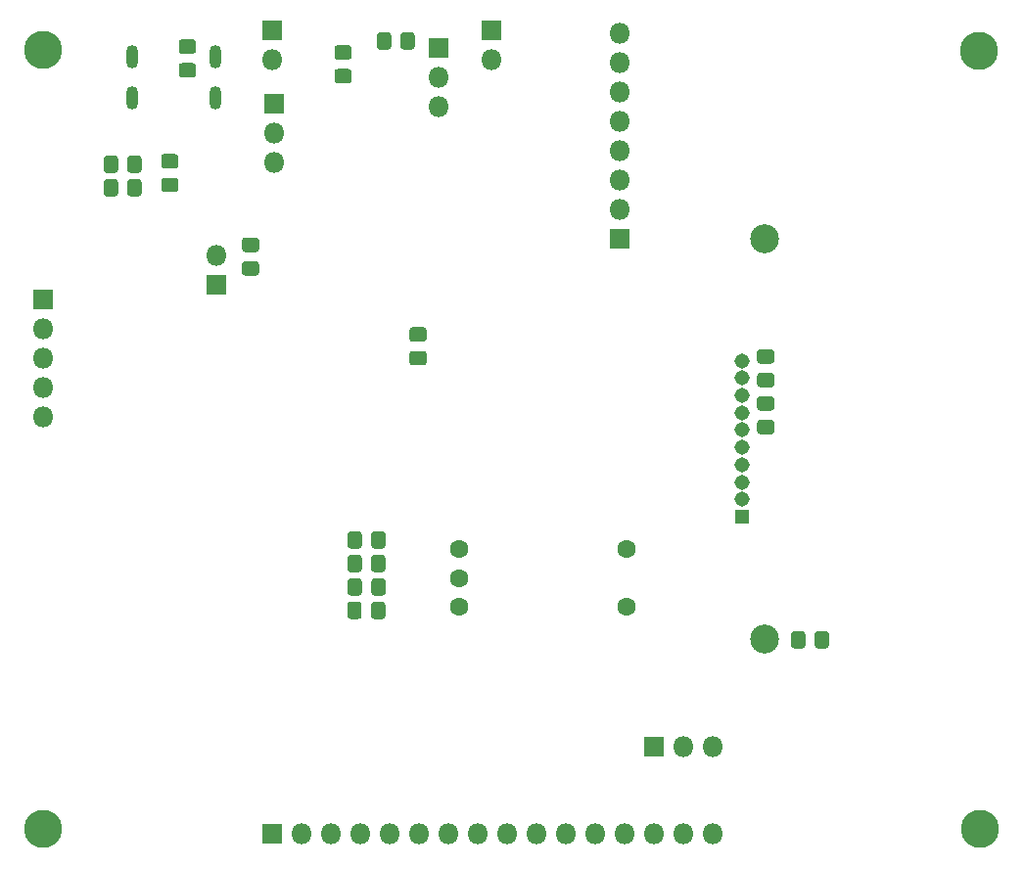
<source format=gbr>
%TF.GenerationSoftware,KiCad,Pcbnew,(5.1.6)-1*%
%TF.CreationDate,2020-11-14T18:00:02-05:00*%
%TF.ProjectId,F0DisplayBoard,46304469-7370-46c6-9179-426f6172642e,rev?*%
%TF.SameCoordinates,Original*%
%TF.FileFunction,Soldermask,Bot*%
%TF.FilePolarity,Negative*%
%FSLAX46Y46*%
G04 Gerber Fmt 4.6, Leading zero omitted, Abs format (unit mm)*
G04 Created by KiCad (PCBNEW (5.1.6)-1) date 2020-11-14 18:00:02*
%MOMM*%
%LPD*%
G01*
G04 APERTURE LIST*
%ADD10C,3.300000*%
%ADD11O,1.800000X1.800000*%
%ADD12R,1.800000X1.800000*%
%ADD13O,1.050000X2.000000*%
%ADD14C,1.600000*%
%ADD15C,2.500000*%
%ADD16C,1.308000*%
%ADD17R,1.308000X1.308000*%
G04 APERTURE END LIST*
D10*
%TO.C,REF\u002A\u002A*%
X97536000Y-68834000D03*
%TD*%
%TO.C,REF\u002A\u002A*%
X178435000Y-68961000D03*
%TD*%
%TO.C,REF\u002A\u002A*%
X97536000Y-136271000D03*
%TD*%
%TO.C,REF\u002A\u002A*%
X178562000Y-136271000D03*
%TD*%
%TO.C,R3*%
G36*
G01*
X164230000Y-120366262D02*
X164230000Y-119409738D01*
G75*
G02*
X164501738Y-119138000I271738J0D01*
G01*
X165208262Y-119138000D01*
G75*
G02*
X165480000Y-119409738I0J-271738D01*
G01*
X165480000Y-120366262D01*
G75*
G02*
X165208262Y-120638000I-271738J0D01*
G01*
X164501738Y-120638000D01*
G75*
G02*
X164230000Y-120366262I0J271738D01*
G01*
G37*
G36*
G01*
X162180000Y-120366262D02*
X162180000Y-119409738D01*
G75*
G02*
X162451738Y-119138000I271738J0D01*
G01*
X163158262Y-119138000D01*
G75*
G02*
X163430000Y-119409738I0J-271738D01*
G01*
X163430000Y-120366262D01*
G75*
G02*
X163158262Y-120638000I-271738J0D01*
G01*
X162451738Y-120638000D01*
G75*
G02*
X162180000Y-120366262I0J271738D01*
G01*
G37*
%TD*%
D11*
%TO.C,JP3*%
X112522000Y-86614000D03*
D12*
X112522000Y-89154000D03*
%TD*%
%TO.C,C15*%
G36*
G01*
X125067000Y-112805738D02*
X125067000Y-113762262D01*
G75*
G02*
X124795262Y-114034000I-271738J0D01*
G01*
X124088738Y-114034000D01*
G75*
G02*
X123817000Y-113762262I0J271738D01*
G01*
X123817000Y-112805738D01*
G75*
G02*
X124088738Y-112534000I271738J0D01*
G01*
X124795262Y-112534000D01*
G75*
G02*
X125067000Y-112805738I0J-271738D01*
G01*
G37*
G36*
G01*
X127117000Y-112805738D02*
X127117000Y-113762262D01*
G75*
G02*
X126845262Y-114034000I-271738J0D01*
G01*
X126138738Y-114034000D01*
G75*
G02*
X125867000Y-113762262I0J271738D01*
G01*
X125867000Y-112805738D01*
G75*
G02*
X126138738Y-112534000I271738J0D01*
G01*
X126845262Y-112534000D01*
G75*
G02*
X127117000Y-112805738I0J-271738D01*
G01*
G37*
%TD*%
%TO.C,C14*%
G36*
G01*
X125085000Y-114837738D02*
X125085000Y-115794262D01*
G75*
G02*
X124813262Y-116066000I-271738J0D01*
G01*
X124106738Y-116066000D01*
G75*
G02*
X123835000Y-115794262I0J271738D01*
G01*
X123835000Y-114837738D01*
G75*
G02*
X124106738Y-114566000I271738J0D01*
G01*
X124813262Y-114566000D01*
G75*
G02*
X125085000Y-114837738I0J-271738D01*
G01*
G37*
G36*
G01*
X127135000Y-114837738D02*
X127135000Y-115794262D01*
G75*
G02*
X126863262Y-116066000I-271738J0D01*
G01*
X126156738Y-116066000D01*
G75*
G02*
X125885000Y-115794262I0J271738D01*
G01*
X125885000Y-114837738D01*
G75*
G02*
X126156738Y-114566000I271738J0D01*
G01*
X126863262Y-114566000D01*
G75*
G02*
X127135000Y-114837738I0J-271738D01*
G01*
G37*
%TD*%
%TO.C,C13*%
G36*
G01*
X125056840Y-116859578D02*
X125056840Y-117816102D01*
G75*
G02*
X124785102Y-118087840I-271738J0D01*
G01*
X124078578Y-118087840D01*
G75*
G02*
X123806840Y-117816102I0J271738D01*
G01*
X123806840Y-116859578D01*
G75*
G02*
X124078578Y-116587840I271738J0D01*
G01*
X124785102Y-116587840D01*
G75*
G02*
X125056840Y-116859578I0J-271738D01*
G01*
G37*
G36*
G01*
X127106840Y-116859578D02*
X127106840Y-117816102D01*
G75*
G02*
X126835102Y-118087840I-271738J0D01*
G01*
X126128578Y-118087840D01*
G75*
G02*
X125856840Y-117816102I0J271738D01*
G01*
X125856840Y-116859578D01*
G75*
G02*
X126128578Y-116587840I271738J0D01*
G01*
X126835102Y-116587840D01*
G75*
G02*
X127106840Y-116859578I0J-271738D01*
G01*
G37*
%TD*%
%TO.C,C12*%
G36*
G01*
X125076000Y-110773738D02*
X125076000Y-111730262D01*
G75*
G02*
X124804262Y-112002000I-271738J0D01*
G01*
X124097738Y-112002000D01*
G75*
G02*
X123826000Y-111730262I0J271738D01*
G01*
X123826000Y-110773738D01*
G75*
G02*
X124097738Y-110502000I271738J0D01*
G01*
X124804262Y-110502000D01*
G75*
G02*
X125076000Y-110773738I0J-271738D01*
G01*
G37*
G36*
G01*
X127126000Y-110773738D02*
X127126000Y-111730262D01*
G75*
G02*
X126854262Y-112002000I-271738J0D01*
G01*
X126147738Y-112002000D01*
G75*
G02*
X125876000Y-111730262I0J271738D01*
G01*
X125876000Y-110773738D01*
G75*
G02*
X126147738Y-110502000I271738J0D01*
G01*
X126854262Y-110502000D01*
G75*
G02*
X127126000Y-110773738I0J-271738D01*
G01*
G37*
%TD*%
D11*
%TO.C,J9*%
X155448000Y-129159000D03*
X152908000Y-129159000D03*
D12*
X150368000Y-129159000D03*
%TD*%
D11*
%TO.C,J8*%
X97536000Y-100584000D03*
X97536000Y-98044000D03*
X97536000Y-95504000D03*
X97536000Y-92964000D03*
D12*
X97536000Y-90424000D03*
%TD*%
D13*
%TO.C,J1*%
X105239000Y-69441000D03*
X105239000Y-72991000D03*
X112439000Y-72991000D03*
X112439000Y-69441000D03*
%TD*%
%TO.C,R4*%
G36*
G01*
X115921262Y-86332000D02*
X114964738Y-86332000D01*
G75*
G02*
X114693000Y-86060262I0J271738D01*
G01*
X114693000Y-85353738D01*
G75*
G02*
X114964738Y-85082000I271738J0D01*
G01*
X115921262Y-85082000D01*
G75*
G02*
X116193000Y-85353738I0J-271738D01*
G01*
X116193000Y-86060262D01*
G75*
G02*
X115921262Y-86332000I-271738J0D01*
G01*
G37*
G36*
G01*
X115921262Y-88382000D02*
X114964738Y-88382000D01*
G75*
G02*
X114693000Y-88110262I0J271738D01*
G01*
X114693000Y-87403738D01*
G75*
G02*
X114964738Y-87132000I271738J0D01*
G01*
X115921262Y-87132000D01*
G75*
G02*
X116193000Y-87403738I0J-271738D01*
G01*
X116193000Y-88110262D01*
G75*
G02*
X115921262Y-88382000I-271738J0D01*
G01*
G37*
%TD*%
D11*
%TO.C,JP2*%
X131699000Y-73787000D03*
X131699000Y-71247000D03*
D12*
X131699000Y-68707000D03*
%TD*%
D11*
%TO.C,JP1*%
X117475000Y-78613000D03*
X117475000Y-76073000D03*
D12*
X117475000Y-73533000D03*
%TD*%
D11*
%TO.C,J7*%
X147345400Y-67437000D03*
X147345400Y-69977000D03*
X147345400Y-72517000D03*
X147345400Y-75057000D03*
X147345400Y-77597000D03*
X147345400Y-80137000D03*
X147345400Y-82677000D03*
D12*
X147345400Y-85217000D03*
%TD*%
D11*
%TO.C,J6*%
X155448000Y-136652000D03*
X152908000Y-136652000D03*
X150368000Y-136652000D03*
X147828000Y-136652000D03*
X145288000Y-136652000D03*
X142748000Y-136652000D03*
X140208000Y-136652000D03*
X137668000Y-136652000D03*
X135128000Y-136652000D03*
X132588000Y-136652000D03*
X130048000Y-136652000D03*
X127508000Y-136652000D03*
X124968000Y-136652000D03*
X122428000Y-136652000D03*
X119888000Y-136652000D03*
D12*
X117348000Y-136652000D03*
%TD*%
D11*
%TO.C,J3*%
X117348000Y-69723000D03*
D12*
X117348000Y-67183000D03*
%TD*%
D11*
%TO.C,J2*%
X136271000Y-69723000D03*
D12*
X136271000Y-67183000D03*
%TD*%
%TO.C,C9*%
G36*
G01*
X160472862Y-95993000D02*
X159516338Y-95993000D01*
G75*
G02*
X159244600Y-95721262I0J271738D01*
G01*
X159244600Y-95014738D01*
G75*
G02*
X159516338Y-94743000I271738J0D01*
G01*
X160472862Y-94743000D01*
G75*
G02*
X160744600Y-95014738I0J-271738D01*
G01*
X160744600Y-95721262D01*
G75*
G02*
X160472862Y-95993000I-271738J0D01*
G01*
G37*
G36*
G01*
X160472862Y-98043000D02*
X159516338Y-98043000D01*
G75*
G02*
X159244600Y-97771262I0J271738D01*
G01*
X159244600Y-97064738D01*
G75*
G02*
X159516338Y-96793000I271738J0D01*
G01*
X160472862Y-96793000D01*
G75*
G02*
X160744600Y-97064738I0J-271738D01*
G01*
X160744600Y-97771262D01*
G75*
G02*
X160472862Y-98043000I-271738J0D01*
G01*
G37*
%TD*%
%TO.C,C8*%
G36*
G01*
X160472862Y-100057000D02*
X159516338Y-100057000D01*
G75*
G02*
X159244600Y-99785262I0J271738D01*
G01*
X159244600Y-99078738D01*
G75*
G02*
X159516338Y-98807000I271738J0D01*
G01*
X160472862Y-98807000D01*
G75*
G02*
X160744600Y-99078738I0J-271738D01*
G01*
X160744600Y-99785262D01*
G75*
G02*
X160472862Y-100057000I-271738J0D01*
G01*
G37*
G36*
G01*
X160472862Y-102107000D02*
X159516338Y-102107000D01*
G75*
G02*
X159244600Y-101835262I0J271738D01*
G01*
X159244600Y-101128738D01*
G75*
G02*
X159516338Y-100857000I271738J0D01*
G01*
X160472862Y-100857000D01*
G75*
G02*
X160744600Y-101128738I0J-271738D01*
G01*
X160744600Y-101835262D01*
G75*
G02*
X160472862Y-102107000I-271738J0D01*
G01*
G37*
%TD*%
%TO.C,C6*%
G36*
G01*
X128407000Y-68550262D02*
X128407000Y-67593738D01*
G75*
G02*
X128678738Y-67322000I271738J0D01*
G01*
X129385262Y-67322000D01*
G75*
G02*
X129657000Y-67593738I0J-271738D01*
G01*
X129657000Y-68550262D01*
G75*
G02*
X129385262Y-68822000I-271738J0D01*
G01*
X128678738Y-68822000D01*
G75*
G02*
X128407000Y-68550262I0J271738D01*
G01*
G37*
G36*
G01*
X126357000Y-68550262D02*
X126357000Y-67593738D01*
G75*
G02*
X126628738Y-67322000I271738J0D01*
G01*
X127335262Y-67322000D01*
G75*
G02*
X127607000Y-67593738I0J-271738D01*
G01*
X127607000Y-68550262D01*
G75*
G02*
X127335262Y-68822000I-271738J0D01*
G01*
X126628738Y-68822000D01*
G75*
G02*
X126357000Y-68550262I0J271738D01*
G01*
G37*
%TD*%
%TO.C,C5*%
G36*
G01*
X107979738Y-79902000D02*
X108936262Y-79902000D01*
G75*
G02*
X109208000Y-80173738I0J-271738D01*
G01*
X109208000Y-80880262D01*
G75*
G02*
X108936262Y-81152000I-271738J0D01*
G01*
X107979738Y-81152000D01*
G75*
G02*
X107708000Y-80880262I0J271738D01*
G01*
X107708000Y-80173738D01*
G75*
G02*
X107979738Y-79902000I271738J0D01*
G01*
G37*
G36*
G01*
X107979738Y-77852000D02*
X108936262Y-77852000D01*
G75*
G02*
X109208000Y-78123738I0J-271738D01*
G01*
X109208000Y-78830262D01*
G75*
G02*
X108936262Y-79102000I-271738J0D01*
G01*
X107979738Y-79102000D01*
G75*
G02*
X107708000Y-78830262I0J271738D01*
G01*
X107708000Y-78123738D01*
G75*
G02*
X107979738Y-77852000I271738J0D01*
G01*
G37*
%TD*%
%TO.C,C4*%
G36*
G01*
X103985000Y-78261738D02*
X103985000Y-79218262D01*
G75*
G02*
X103713262Y-79490000I-271738J0D01*
G01*
X103006738Y-79490000D01*
G75*
G02*
X102735000Y-79218262I0J271738D01*
G01*
X102735000Y-78261738D01*
G75*
G02*
X103006738Y-77990000I271738J0D01*
G01*
X103713262Y-77990000D01*
G75*
G02*
X103985000Y-78261738I0J-271738D01*
G01*
G37*
G36*
G01*
X106035000Y-78261738D02*
X106035000Y-79218262D01*
G75*
G02*
X105763262Y-79490000I-271738J0D01*
G01*
X105056738Y-79490000D01*
G75*
G02*
X104785000Y-79218262I0J271738D01*
G01*
X104785000Y-78261738D01*
G75*
G02*
X105056738Y-77990000I271738J0D01*
G01*
X105763262Y-77990000D01*
G75*
G02*
X106035000Y-78261738I0J-271738D01*
G01*
G37*
%TD*%
%TO.C,C3*%
G36*
G01*
X110460262Y-69187000D02*
X109503738Y-69187000D01*
G75*
G02*
X109232000Y-68915262I0J271738D01*
G01*
X109232000Y-68208738D01*
G75*
G02*
X109503738Y-67937000I271738J0D01*
G01*
X110460262Y-67937000D01*
G75*
G02*
X110732000Y-68208738I0J-271738D01*
G01*
X110732000Y-68915262D01*
G75*
G02*
X110460262Y-69187000I-271738J0D01*
G01*
G37*
G36*
G01*
X110460262Y-71237000D02*
X109503738Y-71237000D01*
G75*
G02*
X109232000Y-70965262I0J271738D01*
G01*
X109232000Y-70258738D01*
G75*
G02*
X109503738Y-69987000I271738J0D01*
G01*
X110460262Y-69987000D01*
G75*
G02*
X110732000Y-70258738I0J-271738D01*
G01*
X110732000Y-70965262D01*
G75*
G02*
X110460262Y-71237000I-271738J0D01*
G01*
G37*
%TD*%
%TO.C,C2*%
G36*
G01*
X103985000Y-80293738D02*
X103985000Y-81250262D01*
G75*
G02*
X103713262Y-81522000I-271738J0D01*
G01*
X103006738Y-81522000D01*
G75*
G02*
X102735000Y-81250262I0J271738D01*
G01*
X102735000Y-80293738D01*
G75*
G02*
X103006738Y-80022000I271738J0D01*
G01*
X103713262Y-80022000D01*
G75*
G02*
X103985000Y-80293738I0J-271738D01*
G01*
G37*
G36*
G01*
X106035000Y-80293738D02*
X106035000Y-81250262D01*
G75*
G02*
X105763262Y-81522000I-271738J0D01*
G01*
X105056738Y-81522000D01*
G75*
G02*
X104785000Y-81250262I0J271738D01*
G01*
X104785000Y-80293738D01*
G75*
G02*
X105056738Y-80022000I271738J0D01*
G01*
X105763262Y-80022000D01*
G75*
G02*
X106035000Y-80293738I0J-271738D01*
G01*
G37*
%TD*%
%TO.C,C1*%
G36*
G01*
X123922262Y-69695000D02*
X122965738Y-69695000D01*
G75*
G02*
X122694000Y-69423262I0J271738D01*
G01*
X122694000Y-68716738D01*
G75*
G02*
X122965738Y-68445000I271738J0D01*
G01*
X123922262Y-68445000D01*
G75*
G02*
X124194000Y-68716738I0J-271738D01*
G01*
X124194000Y-69423262D01*
G75*
G02*
X123922262Y-69695000I-271738J0D01*
G01*
G37*
G36*
G01*
X123922262Y-71745000D02*
X122965738Y-71745000D01*
G75*
G02*
X122694000Y-71473262I0J271738D01*
G01*
X122694000Y-70766738D01*
G75*
G02*
X122965738Y-70495000I271738J0D01*
G01*
X123922262Y-70495000D01*
G75*
G02*
X124194000Y-70766738I0J-271738D01*
G01*
X124194000Y-71473262D01*
G75*
G02*
X123922262Y-71745000I-271738J0D01*
G01*
G37*
%TD*%
%TO.C,R8*%
G36*
G01*
X129442738Y-94897000D02*
X130399262Y-94897000D01*
G75*
G02*
X130671000Y-95168738I0J-271738D01*
G01*
X130671000Y-95875262D01*
G75*
G02*
X130399262Y-96147000I-271738J0D01*
G01*
X129442738Y-96147000D01*
G75*
G02*
X129171000Y-95875262I0J271738D01*
G01*
X129171000Y-95168738D01*
G75*
G02*
X129442738Y-94897000I271738J0D01*
G01*
G37*
G36*
G01*
X129442738Y-92847000D02*
X130399262Y-92847000D01*
G75*
G02*
X130671000Y-93118738I0J-271738D01*
G01*
X130671000Y-93825262D01*
G75*
G02*
X130399262Y-94097000I-271738J0D01*
G01*
X129442738Y-94097000D01*
G75*
G02*
X129171000Y-93825262I0J271738D01*
G01*
X129171000Y-93118738D01*
G75*
G02*
X129442738Y-92847000I271738J0D01*
G01*
G37*
%TD*%
D14*
%TO.C,U3*%
X133470000Y-117054000D03*
X133470000Y-114554000D03*
X133470000Y-112054000D03*
X147970000Y-112054000D03*
X147970000Y-117054000D03*
%TD*%
D15*
%TO.C,J5*%
X159912600Y-119789000D03*
X159912600Y-85189000D03*
D16*
X157962600Y-95739000D03*
X157962600Y-97239000D03*
X157962600Y-98739000D03*
X157962600Y-100239000D03*
X157962600Y-101739000D03*
X157962600Y-103239000D03*
X157962600Y-104739000D03*
X157962600Y-106239000D03*
X157962600Y-107739000D03*
D17*
X157962600Y-109239000D03*
%TD*%
M02*

</source>
